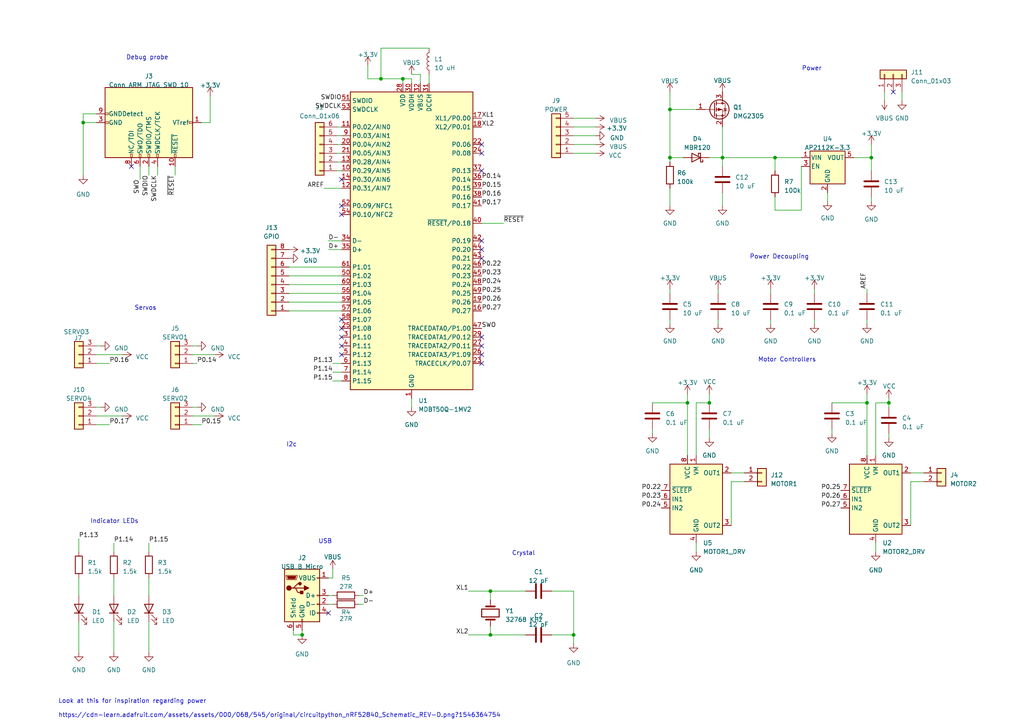
<source format=kicad_sch>
(kicad_sch (version 20231120) (generator "eeschema") (generator_version "8.0")
  (paper "A4")
  (title_block (title "LegoFruit") (date "2024-06-08") (rev "v2.0") (company "Digili A/S"))
  (lib_symbols
    (symbol "Connector:Conn_ARM_JTAG_SWD_10" (pin_names (offset 1.016))
      (property "Reference" "J" (at -2.54 16.51 0))
      (property "Value" "Conn_ARM_JTAG_SWD_10" (at -2.54 13.97 0))
      (symbol "Conn_ARM_JTAG_SWD_10_1_1"
        (pin power_in line (at 0 15.24 270) (length 2.54) (name "VTref") (number "1"))
        (pin open_collector line (at 12.7 7.62 180) (length 2.54) (name "~{RESET}") (number "10"))
        (pin bidirectional line (at 12.7 0 180) (length 2.54) (name "SWDIO/TMS") (number "2"))
        (pin power_in line (at 0 -15.24 90) (length 2.54) (name "GND") (number "3"))
        (pin output line (at 12.7 2.54 180) (length 2.54) (name "SWDCLK/TCK") (number "4"))
        (pin passive line (at 0 -15.24 90) (length 2.54) hide (name "GND") (number "5"))
        (pin input line (at 12.7 -2.54 180) (length 2.54) (name "SWO/TDO") (number "6"))
        (pin no_connect line (at -10.16 0 0) (length 2.54) hide (name "KEY") (number "7"))
        (pin output line (at 12.7 -5.08 180) (length 2.54) (name "NC/TDI") (number "8"))
        (pin passive line (at -2.54 -15.24 90) (length 2.54) (name "GNDDetect") (number "9"))
      )
    )
    (symbol "Connector:USB_B_Micro" (pin_names (offset 1.016))
      (property "Reference" "J" (at -5.08 11.43 0))
      (property "Value" "USB_B_Micro" (at -5.08 8.89 0))
      (symbol "USB_B_Micro_1_1"
        (pin power_out line (at 7.62 5.08 180) (length 2.54) (name "VBUS") (number "1"))
        (pin bidirectional line (at 7.62 -2.54 180) (length 2.54) (name "D-") (number "2"))
        (pin bidirectional line (at 7.62 0 180) (length 2.54) (name "D+") (number "3"))
        (pin passive line (at 7.62 -5.08 180) (length 2.54) (name "ID") (number "4"))
        (pin power_out line (at 0 -10.16 90) (length 2.54) (name "GND") (number "5"))
        (pin passive line (at -2.54 -10.16 90) (length 2.54) (name "Shield") (number "6"))
      )
    )
    (symbol "Connector_Generic:Conn_01x02" (pin_names (offset 1.016) hide)
      (property "Reference" "J" (at 0 2.54 0))
      (property "Value" "Conn_01x02" (at 0 -5.08 0))
      (symbol "Conn_01x02_1_1"
        (pin passive line (at -5.08 0 0) (length 3.81) (name "Pin_1") (number "1"))
        (pin passive line (at -5.08 -2.54 0) (length 3.81) (name "Pin_2") (number "2"))
      )
    )
    (symbol "Connector_Generic:Conn_01x03" (pin_names (offset 1.016) hide)
      (property "Reference" "J" (at 0 5.08 0))
      (property "Value" "Conn_01x03" (at 0 -5.08 0))
      (symbol "Conn_01x03_1_1"
        (pin passive line (at -5.08 2.54 0) (length 3.81) (name "Pin_1") (number "1"))
        (pin passive line (at -5.08 0 0) (length 3.81) (name "Pin_2") (number "2"))
        (pin passive line (at -5.08 -2.54 0) (length 3.81) (name "Pin_3") (number "3"))
      )
    )
    (symbol "Connector_Generic:Conn_01x05" (pin_names (offset 1.016) hide)
      (property "Reference" "J" (at 0 7.62 0))
      (property "Value" "Conn_01x05" (at 0 -7.62 0))
      (symbol "Conn_01x05_1_1"
        (pin passive line (at -5.08 5.08 0) (length 3.81) (name "Pin_1") (number "1"))
        (pin passive line (at -5.08 2.54 0) (length 3.81) (name "Pin_2") (number "2"))
        (pin passive line (at -5.08 0 0) (length 3.81) (name "Pin_3") (number "3"))
        (pin passive line (at -5.08 -2.54 0) (length 3.81) (name "Pin_4") (number "4"))
        (pin passive line (at -5.08 -5.08 0) (length 3.81) (name "Pin_5") (number "5"))
      )
    )
    (symbol "Connector_Generic:Conn_01x06" (pin_names (offset 1.016) hide)
      (property "Reference" "J" (at 0 7.62 0))
      (property "Value" "Conn_01x06" (at 0 -10.16 0))
      (symbol "Conn_01x06_1_1"
        (pin passive line (at -5.08 5.08 0) (length 3.81) (name "Pin_1") (number "1"))
        (pin passive line (at -5.08 2.54 0) (length 3.81) (name "Pin_2") (number "2"))
        (pin passive line (at -5.08 0 0) (length 3.81) (name "Pin_3") (number "3"))
        (pin passive line (at -5.08 -2.54 0) (length 3.81) (name "Pin_4") (number "4"))
        (pin passive line (at -5.08 -5.08 0) (length 3.81) (name "Pin_5") (number "5"))
        (pin passive line (at -5.08 -7.62 0) (length 3.81) (name "Pin_6") (number "6"))
      )
    )
    (symbol "Connector_Generic:Conn_01x08" (pin_names (offset 1.016) hide)
      (property "Reference" "J" (at 0 10.16 0))
      (property "Value" "Conn_01x08" (at 0 -12.7 0))
      (symbol "Conn_01x08_1_1"
        (pin passive line (at -5.08 7.62 0) (length 3.81) (name "Pin_1") (number "1"))
        (pin passive line (at -5.08 5.08 0) (length 3.81) (name "Pin_2") (number "2"))
        (pin passive line (at -5.08 2.54 0) (length 3.81) (name "Pin_3") (number "3"))
        (pin passive line (at -5.08 0 0) (length 3.81) (name "Pin_4") (number "4"))
        (pin passive line (at -5.08 -2.54 0) (length 3.81) (name "Pin_5") (number "5"))
        (pin passive line (at -5.08 -5.08 0) (length 3.81) (name "Pin_6") (number "6"))
        (pin passive line (at -5.08 -7.62 0) (length 3.81) (name "Pin_7") (number "7"))
        (pin passive line (at -5.08 -10.16 0) (length 3.81) (name "Pin_8") (number "8"))
      )
    )
    (symbol "Device:C" (pin_numbers hide) (pin_names (offset 0.254))
      (property "Reference" "C" (at 0.635 2.54 0))
      (property "Value" "C" (at 0.635 -2.54 0))
      (symbol "C_1_1"
        (pin passive line (at 0 3.81 270) (length 2.794) (name "~") (number "1"))
        (pin passive line (at 0 -3.81 90) (length 2.794) (name "~") (number "2"))
      )
    )
    (symbol "Device:Crystal" (pin_numbers hide) (pin_names (offset 1.016) hide)
      (property "Reference" "Y" (at 0 3.81 0))
      (property "Value" "Crystal" (at 0 -3.81 0))
      (symbol "Crystal_1_1"
        (pin passive line (at -3.81 0 0) (length 1.27) (name "1") (number "1"))
        (pin passive line (at 3.81 0 180) (length 1.27) (name "2") (number "2"))
      )
    )
    (symbol "Device:D_Schottky" (pin_numbers hide) (pin_names (offset 1.016) hide)
      (property "Reference" "D" (at 0 2.54 0))
      (property "Value" "D_Schottky" (at 0 -2.54 0))
      (symbol "D_Schottky_1_1"
        (pin passive line (at -3.81 0 0) (length 2.54) (name "K") (number "1"))
        (pin passive line (at 3.81 0 180) (length 2.54) (name "A") (number "2"))
      )
    )
    (symbol "Device:L" (pin_numbers hide) (pin_names (offset 1.016) hide)
      (property "Reference" "L" (at -1.27 0 90))
      (property "Value" "L" (at 1.905 0 90))
      (symbol "L_1_1"
        (pin passive line (at 0 3.81 270) (length 1.27) (name "1") (number "1"))
        (pin passive line (at 0 -3.81 90) (length 1.27) (name "2") (number "2"))
      )
    )
    (symbol "Device:LED" (pin_numbers hide) (pin_names (offset 1.016) hide)
      (property "Reference" "D" (at 0 2.54 0))
      (property "Value" "LED" (at 0 -2.54 0))
      (symbol "LED_1_1"
        (pin passive line (at -3.81 0 0) (length 2.54) (name "K") (number "1"))
        (pin passive line (at 3.81 0 180) (length 2.54) (name "A") (number "2"))
      )
    )
    (symbol "Device:R" (pin_numbers hide) (pin_names (offset 0))
      (property "Reference" "R" (at 2.032 0 90))
      (property "Value" "R" (at 0 0 90))
      (symbol "R_1_1"
        (pin passive line (at 0 3.81 270) (length 1.27) (name "~") (number "1"))
        (pin passive line (at 0 -3.81 90) (length 1.27) (name "~") (number "2"))
      )
    )
    (symbol "Driver_Motor:DRV8837"
      (property "Reference" "U" (at 6.35 11.43 0))
      (property "Value" "DRV8837" (at -10.16 11.43 0))
      (symbol "DRV8837_1_1"
        (pin power_in line (at 0 12.7 270) (length 2.54) (name "VM") (number "1"))
        (pin output line (at 10.16 7.62 180) (length 2.54) (name "OUT1") (number "2"))
        (pin output line (at 10.16 -7.62 180) (length 2.54) (name "OUT2") (number "3"))
        (pin power_in line (at 0 -12.7 90) (length 2.54) (name "GND") (number "4"))
        (pin input line (at -10.16 -2.54 0) (length 2.54) (name "IN2") (number "5"))
        (pin input line (at -10.16 0 0) (length 2.54) (name "IN1") (number "6"))
        (pin input line (at -10.16 2.54 0) (length 2.54) (name "~{SLEEP}") (number "7"))
        (pin power_in line (at -2.54 12.7 270) (length 2.54) (name "VCC") (number "8"))
        (pin passive line (at 0 -12.7 90) (length 2.54) hide (name "GND") (number "9"))
      )
    )
    (symbol "RF_Module:MDBT50Q-1MV2"
      (property "Reference" "U" (at 0 0 0))
      (property "Value" "MDBT50Q-1MV2" (at 0 -2.54 0))
      (symbol "MDBT50Q-1MV2_1_1"
        (pin power_in line (at 0 -45.72 90) (length 2.54) (name "GND") (number "1"))
        (pin bidirectional line (at -20.32 20.32 0) (length 2.54) (name "P0.29/AIN5") (number "10"))
        (pin bidirectional line (at -20.32 33.02 0) (length 2.54) (name "P0.02/AIN0") (number "11"))
        (pin bidirectional line (at -20.32 15.24 0) (length 2.54) (name "P0.31/AIN7") (number "12"))
        (pin bidirectional line (at -20.32 22.86 0) (length 2.54) (name "P0.28/AIN4") (number "13"))
        (pin bidirectional line (at -20.32 17.78 0) (length 2.54) (name "P0.30/AIN6") (number "14"))
        (pin passive line (at 0 -45.72 90) (length 2.54) hide (name "GND") (number "15"))
        (pin bidirectional line (at 20.32 -20.32 180) (length 2.54) (name "P0.27") (number "16"))
        (pin bidirectional line (at 20.32 35.56 180) (length 2.54) (name "XL1/P0.00") (number "17"))
        (pin bidirectional line (at 20.32 33.02 180) (length 2.54) (name "XL2/P0.01") (number "18"))
        (pin bidirectional line (at 20.32 -17.78 180) (length 2.54) (name "P0.26") (number "19"))
        (pin passive line (at 0 -45.72 90) (length 2.54) hide (name "GND") (number "2"))
        (pin bidirectional line (at -20.32 27.94 0) (length 2.54) (name "P0.04/AIN2") (number "20"))
        (pin bidirectional line (at -20.32 25.4 0) (length 2.54) (name "P0.05/AIN3") (number "21"))
        (pin bidirectional line (at 20.32 27.94 180) (length 2.54) (name "P0.06") (number "22"))
        (pin bidirectional line (at 20.32 -35.56 180) (length 2.54) (name "TRACECLK/P0.07") (number "23"))
        (pin bidirectional line (at 20.32 25.4 180) (length 2.54) (name "P0.08") (number "24"))
        (pin bidirectional line (at -20.32 -25.4 0) (length 2.54) (name "P1.08") (number "25"))
        (pin bidirectional line (at 20.32 -33.02 180) (length 2.54) (name "TRACEDATA3/P1.09") (number "26"))
        (pin bidirectional line (at 20.32 -30.48 180) (length 2.54) (name "TRACEDATA2/P0.11") (number "27"))
        (pin power_in line (at -2.54 45.72 270) (length 2.54) (name "VDD") (number "28"))
        (pin bidirectional line (at 20.32 -27.94 180) (length 2.54) (name "TRACEDATA1/P0.12") (number "29"))
        (pin bidirectional line (at -20.32 -27.94 0) (length 2.54) (name "P1.10") (number "3"))
        (pin power_in line (at 0 45.72 270) (length 2.54) (name "VDDH") (number "30"))
        (pin power_out line (at 5.08 45.72 270) (length 2.54) (name "DCCH") (number "31"))
        (pin power_in line (at 2.54 45.72 270) (length 2.54) (name "VBUS") (number "32"))
        (pin passive line (at 0 -45.72 90) (length 2.54) hide (name "GND") (number "33"))
        (pin bidirectional line (at -20.32 0 0) (length 2.54) (name "D-") (number "34"))
        (pin bidirectional line (at -20.32 -2.54 0) (length 2.54) (name "D+") (number "35"))
        (pin bidirectional line (at 20.32 17.78 180) (length 2.54) (name "P0.14") (number "36"))
        (pin bidirectional line (at 20.32 20.32 180) (length 2.54) (name "P0.13") (number "37"))
        (pin bidirectional line (at 20.32 12.7 180) (length 2.54) (name "P0.16") (number "38"))
        (pin bidirectional line (at 20.32 15.24 180) (length 2.54) (name "P0.15") (number "39"))
        (pin bidirectional line (at -20.32 -30.48 0) (length 2.54) (name "P1.11") (number "4"))
        (pin bidirectional line (at 20.32 5.08 180) (length 2.54) (name "~{RESET}/P0.18") (number "40"))
        (pin bidirectional line (at 20.32 10.16 180) (length 2.54) (name "P0.17") (number "41"))
        (pin bidirectional line (at 20.32 0 180) (length 2.54) (name "P0.19") (number "42"))
        (pin bidirectional line (at 20.32 -5.08 180) (length 2.54) (name "P0.21") (number "43"))
        (pin bidirectional line (at 20.32 -2.54 180) (length 2.54) (name "P0.20") (number "44"))
        (pin bidirectional line (at 20.32 -10.16 180) (length 2.54) (name "P0.23") (number "45"))
        (pin bidirectional line (at 20.32 -7.62 180) (length 2.54) (name "P0.22") (number "46"))
        (pin bidirectional line (at 20.32 -25.4 180) (length 2.54) (name "TRACEDATA0/P1.00") (number "47"))
        (pin bidirectional line (at 20.32 -12.7 180) (length 2.54) (name "P0.24") (number "48"))
        (pin bidirectional line (at 20.32 -15.24 180) (length 2.54) (name "P0.25") (number "49"))
        (pin bidirectional line (at -20.32 -33.02 0) (length 2.54) (name "P1.12") (number "5"))
        (pin bidirectional line (at -20.32 -10.16 0) (length 2.54) (name "P1.02") (number "50"))
        (pin bidirectional line (at -20.32 40.64 0) (length 2.54) (name "SWDIO") (number "51"))
        (pin bidirectional line (at -20.32 10.16 0) (length 2.54) (name "P0.09/NFC1") (number "52"))
        (pin input line (at -20.32 38.1 0) (length 2.54) (name "SWDCLK") (number "53"))
        (pin bidirectional line (at -20.32 7.62 0) (length 2.54) (name "P0.10/NFC2") (number "54"))
        (pin passive line (at 0 -45.72 90) (length 2.54) hide (name "GND") (number "55"))
        (pin bidirectional line (at -20.32 -15.24 0) (length 2.54) (name "P1.04") (number "56"))
        (pin bidirectional line (at -20.32 -20.32 0) (length 2.54) (name "P1.06") (number "57"))
        (pin bidirectional line (at -20.32 -22.86 0) (length 2.54) (name "P1.07") (number "58"))
        (pin bidirectional line (at -20.32 -17.78 0) (length 2.54) (name "P1.05") (number "59"))
        (pin bidirectional line (at -20.32 -35.56 0) (length 2.54) (name "P1.13") (number "6"))
        (pin bidirectional line (at -20.32 -12.7 0) (length 2.54) (name "P1.03") (number "60"))
        (pin bidirectional line (at -20.32 -7.62 0) (length 2.54) (name "P1.01") (number "61"))
        (pin bidirectional line (at -20.32 -38.1 0) (length 2.54) (name "P1.14") (number "7"))
        (pin bidirectional line (at -20.32 -40.64 0) (length 2.54) (name "P1.15") (number "8"))
        (pin bidirectional line (at -20.32 30.48 0) (length 2.54) (name "P0.03/AIN1") (number "9"))
      )
    )
    (symbol "Regulator_Linear:AP2112K-3.3" (pin_names (offset 0.254))
      (property "Reference" "U" (at -5.08 5.715 0))
      (property "Value" "AP2112K-3.3" (at 0 5.715 0))
      (symbol "AP2112K-3.3_1_1"
        (pin power_in line (at -7.62 2.54 0) (length 2.54) (name "VIN") (number "1"))
        (pin power_in line (at 0 -7.62 90) (length 2.54) (name "GND") (number "2"))
        (pin input line (at -7.62 0 0) (length 2.54) (name "EN") (number "3"))
        (pin no_connect line (at 5.08 0 180) (length 2.54) hide (name "NC") (number "4"))
        (pin power_out line (at 7.62 2.54 180) (length 2.54) (name "VOUT") (number "5"))
      )
    )
    (symbol "Transistor_FET:DMG2301L" (pin_names hide)
      (property "Reference" "Q" (at 5.08 1.905 0))
      (property "Value" "DMG2301L" (at 5.08 0 0))
      (symbol "DMG2301L_1_1"
        (pin input line (at -5.08 0 0) (length 2.54) (name "G") (number "1"))
        (pin passive line (at 2.54 -5.08 90) (length 2.54) (name "S") (number "2"))
        (pin passive line (at 2.54 5.08 270) (length 2.54) (name "D") (number "3"))
      )
    )
    (symbol "power:+3.3V" (power) (pin_names (offset 0))
      (property "Value" "+3.3V" (at 0 3.556 0))
      (symbol "+3.3V_1_1"
        (pin power_in line (at 0 0 90) (length 0) hide (name "+3.3V") (number "1"))
      )
    )
    (symbol "power:GND" (power) (pin_names (offset 0))
      (property "Value" "GND" (at 0 -3.81 0))
      (symbol "GND_1_1"
        (pin power_in line (at 0 0 270) (length 0) hide (name "GND") (number "1"))
      )
    )
    (symbol "power:VBAT" (power) (pin_names (offset 0))
      (property "Value" "VBAT" (at 0 3.81 0))
      (symbol "VBAT_1_1"
        (pin power_in line (at 0 0 90) (length 0) hide (name "VBUS") (number "1"))
      )
    )
    (symbol "power:VBUS" (power) (pin_names (offset 0))
      (property "Value" "VBUS" (at 0 3.81 0))
      (symbol "VBUS_1_1"
        (pin power_in line (at 0 0 90) (length 0) hide (name "VBUS") (number "1"))
      )
    )
    (symbol "power:VCC" (power) (pin_names (offset 0))
      (property "Value" "VCC" (at 0 3.81 0))
      (symbol "VCC_1_1"
        (pin power_in line (at 0 0 90) (length 0) hide (name "VCC") (number "1"))
      )
    )
  )
  (junction (at 251.46 116.84))
  (junction (at 166.37 184.15))
  (junction (at 194.31 31.75))
  (junction (at 142.24 171.45))
  (junction (at 224.79 45.72))
  (junction (at 209.55 45.72))
  (junction (at 142.24 184.15))
  (junction (at 24.13 35.56))
  (junction (at 257.81 116.84))
  (junction (at 87.63 184.15))
  (junction (at 116.84 22.86))
  (junction (at 194.31 45.72))
  (junction (at 252.73 45.72))
  (junction (at 199.39 116.84))
  (junction (at 110.49 22.86))
  (junction (at 205.74 116.84))
  (no_connect (at 99.06 59.69))
  (no_connect (at 99.06 62.23))
  (no_connect (at 99.06 92.71))
  (no_connect (at 139.7 41.91))
  (no_connect (at 95.25 177.8))
  (no_connect (at 259.08 26.67))
  (no_connect (at 38.1 48.26))
  (no_connect (at 99.06 100.33))
  (no_connect (at 99.06 97.79))
  (no_connect (at 139.7 49.53))
  (no_connect (at 139.7 105.41))
  (no_connect (at 99.06 52.07))
  (no_connect (at 139.7 97.79))
  (no_connect (at 99.06 102.87))
  (no_connect (at 139.7 72.39))
  (no_connect (at 139.7 44.45))
  (no_connect (at 139.7 102.87))
  (no_connect (at 139.7 100.33))
  (no_connect (at 139.7 74.93))
  (no_connect (at 139.7 69.85))
  (no_connect (at 99.06 95.25))
  (wire (pts (xy 261.62 26.67) (xy 261.62 29.21)))
  (wire (pts (xy 142.24 181.61) (xy 142.24 184.15)))
  (wire (pts (xy 166.37 184.15) (xy 166.37 171.45)))
  (wire (pts (xy 83.82 80.01) (xy 99.06 80.01)))
  (wire (pts (xy 224.79 60.96) (xy 232.41 60.96)))
  (wire (pts (xy 201.93 157.48) (xy 201.93 160.02)))
  (wire (pts (xy 27.94 100.33) (xy 29.21 100.33)))
  (wire (pts (xy 43.18 167.64) (xy 43.18 172.72)))
  (wire (pts (xy 208.28 92.71) (xy 208.28 93.98)))
  (wire (pts (xy 50.8 48.26) (xy 50.8 50.8)))
  (wire (pts (xy 27.94 118.11) (xy 29.21 118.11)))
  (wire (pts (xy 166.37 36.83) (xy 172.72 36.83)))
  (wire (pts (xy 24.13 35.56) (xy 24.13 50.8)))
  (wire (pts (xy 95.25 172.72) (xy 96.52 172.72)))
  (wire (pts (xy 124.46 13.97) (xy 110.49 13.97)))
  (wire (pts (xy 209.55 55.88) (xy 209.55 59.69)))
  (wire (pts (xy 194.31 45.72) (xy 194.31 46.99)))
  (wire (pts (xy 96.52 107.95) (xy 99.06 107.95)))
  (wire (pts (xy 236.22 83.82) (xy 236.22 85.09)))
  (wire (pts (xy 106.68 22.86) (xy 106.68 19.05)))
  (wire (pts (xy 93.98 54.61) (xy 99.06 54.61)))
  (wire (pts (xy 257.81 116.84) (xy 257.81 115.57)))
  (wire (pts (xy 194.31 26.67) (xy 194.31 31.75)))
  (wire (pts (xy 95.25 72.39) (xy 99.06 72.39)))
  (wire (pts (xy 87.63 184.15) (xy 85.09 184.15)))
  (wire (pts (xy 194.31 83.82) (xy 194.31 85.09)))
  (wire (pts (xy 95.25 175.26) (xy 96.52 175.26)))
  (wire (pts (xy 45.72 50.8) (xy 45.72 48.26)))
  (wire (pts (xy 43.18 180.34) (xy 43.18 189.23)))
  (wire (pts (xy 135.89 171.45) (xy 142.24 171.45)))
  (wire (pts (xy 152.4 184.15) (xy 142.24 184.15)))
  (wire (pts (xy 60.96 35.56) (xy 60.96 27.94)))
  (wire (pts (xy 83.82 87.63) (xy 99.06 87.63)))
  (wire (pts (xy 33.02 157.48) (xy 33.02 160.02)))
  (wire (pts (xy 189.23 124.46) (xy 189.23 125.73)))
  (wire (pts (xy 97.79 39.37) (xy 99.06 39.37)))
  (wire (pts (xy 241.3 124.46) (xy 241.3 125.73)))
  (wire (pts (xy 55.88 120.65) (xy 62.23 120.65)))
  (wire (pts (xy 199.39 116.84) (xy 199.39 132.08)))
  (wire (pts (xy 97.79 41.91) (xy 99.06 41.91)))
  (wire (pts (xy 209.55 45.72) (xy 209.55 48.26)))
  (wire (pts (xy 224.79 45.72) (xy 224.79 49.53)))
  (wire (pts (xy 142.24 171.45) (xy 152.4 171.45)))
  (wire (pts (xy 83.82 77.47) (xy 99.06 77.47)))
  (wire (pts (xy 205.74 124.46) (xy 205.74 127)))
  (wire (pts (xy 83.82 85.09) (xy 99.06 85.09)))
  (wire (pts (xy 256.54 26.67) (xy 256.54 29.21)))
  (wire (pts (xy 139.7 64.77) (xy 146.05 64.77)))
  (wire (pts (xy 22.86 167.64) (xy 22.86 172.72)))
  (wire (pts (xy 119.38 115.57) (xy 119.38 118.11)))
  (wire (pts (xy 166.37 186.69) (xy 166.37 184.15)))
  (wire (pts (xy 97.79 49.53) (xy 99.06 49.53)))
  (wire (pts (xy 97.79 46.99) (xy 99.06 46.99)))
  (wire (pts (xy 212.09 137.16) (xy 215.9 137.16)))
  (wire (pts (xy 83.82 82.55) (xy 99.06 82.55)))
  (wire (pts (xy 166.37 171.45) (xy 160.02 171.45)))
  (wire (pts (xy 224.79 57.15) (xy 224.79 60.96)))
  (wire (pts (xy 209.55 36.83) (xy 209.55 45.72)))
  (wire (pts (xy 251.46 114.3) (xy 251.46 116.84)))
  (wire (pts (xy 55.88 100.33) (xy 57.15 100.33)))
  (wire (pts (xy 116.84 22.86) (xy 110.49 22.86)))
  (wire (pts (xy 166.37 39.37) (xy 172.72 39.37)))
  (wire (pts (xy 40.64 48.26) (xy 40.64 52.07)))
  (wire (pts (xy 43.18 50.8) (xy 43.18 48.26)))
  (wire (pts (xy 55.88 118.11) (xy 57.15 118.11)))
  (wire (pts (xy 236.22 92.71) (xy 236.22 93.98)))
  (wire (pts (xy 240.03 55.88) (xy 240.03 58.42)))
  (wire (pts (xy 27.94 33.02) (xy 24.13 33.02)))
  (wire (pts (xy 205.74 116.84) (xy 205.74 114.3)))
  (wire (pts (xy 194.31 54.61) (xy 194.31 59.69)))
  (wire (pts (xy 224.79 45.72) (xy 232.41 45.72)))
  (wire (pts (xy 85.09 184.15) (xy 85.09 182.88)))
  (wire (pts (xy 55.88 123.19) (xy 58.42 123.19)))
  (wire (pts (xy 264.16 152.4) (xy 264.16 139.7)))
  (wire (pts (xy 116.84 24.13) (xy 116.84 22.86)))
  (wire (pts (xy 264.16 139.7) (xy 267.97 139.7)))
  (wire (pts (xy 124.46 21.59) (xy 124.46 24.13)))
  (wire (pts (xy 212.09 139.7) (xy 215.9 139.7)))
  (wire (pts (xy 252.73 57.15) (xy 252.73 58.42)))
  (wire (pts (xy 96.52 105.41) (xy 99.06 105.41)))
  (wire (pts (xy 199.39 114.3) (xy 199.39 116.84)))
  (wire (pts (xy 135.89 184.15) (xy 142.24 184.15)))
  (wire (pts (xy 24.13 33.02) (xy 24.13 35.56)))
  (wire (pts (xy 119.38 24.13) (xy 119.38 22.86)))
  (wire (pts (xy 172.72 44.45) (xy 166.37 44.45)))
  (wire (pts (xy 119.38 22.86) (xy 116.84 22.86)))
  (wire (pts (xy 31.75 123.19) (xy 27.94 123.19)))
  (wire (pts (xy 119.38 21.59) (xy 121.92 21.59)))
  (wire (pts (xy 223.52 92.71) (xy 223.52 93.98)))
  (wire (pts (xy 83.82 90.17) (xy 99.06 90.17)))
  (wire (pts (xy 194.31 45.72) (xy 198.12 45.72)))
  (wire (pts (xy 252.73 45.72) (xy 252.73 49.53)))
  (wire (pts (xy 142.24 171.45) (xy 142.24 173.99)))
  (wire (pts (xy 55.88 102.87) (xy 62.23 102.87)))
  (wire (pts (xy 199.39 116.84) (xy 189.23 116.84)))
  (wire (pts (xy 27.94 35.56) (xy 24.13 35.56)))
  (wire (pts (xy 247.65 45.72) (xy 252.73 45.72)))
  (wire (pts (xy 27.94 102.87) (xy 35.56 102.87)))
  (wire (pts (xy 252.73 41.91) (xy 252.73 45.72)))
  (wire (pts (xy 110.49 13.97) (xy 110.49 22.86)))
  (wire (pts (xy 104.14 172.72) (xy 105.41 172.72)))
  (wire (pts (xy 251.46 83.82) (xy 251.46 85.09)))
  (wire (pts (xy 33.02 180.34) (xy 33.02 189.23)))
  (wire (pts (xy 87.63 182.88) (xy 87.63 184.15)))
  (wire (pts (xy 166.37 41.91) (xy 172.72 41.91)))
  (wire (pts (xy 254 132.08) (xy 254 116.84)))
  (wire (pts (xy 121.92 21.59) (xy 121.92 24.13)))
  (wire (pts (xy 110.49 22.86) (xy 106.68 22.86)))
  (wire (pts (xy 97.79 36.83) (xy 99.06 36.83)))
  (wire (pts (xy 95.25 69.85) (xy 99.06 69.85)))
  (wire (pts (xy 97.79 44.45) (xy 99.06 44.45)))
  (wire (pts (xy 166.37 184.15) (xy 160.02 184.15)))
  (wire (pts (xy 232.41 48.26) (xy 232.41 60.96)))
  (wire (pts (xy 55.88 105.41) (xy 57.15 105.41)))
  (wire (pts (xy 27.94 120.65) (xy 35.56 120.65)))
  (wire (pts (xy 96.52 165.1) (xy 96.52 167.64)))
  (wire (pts (xy 194.31 31.75) (xy 194.31 45.72)))
  (wire (pts (xy 254 116.84) (xy 257.81 116.84)))
  (wire (pts (xy 201.93 116.84) (xy 205.74 116.84)))
  (wire (pts (xy 96.52 110.49) (xy 99.06 110.49)))
  (wire (pts (xy 251.46 116.84) (xy 251.46 132.08)))
  (wire (pts (xy 166.37 34.29) (xy 172.72 34.29)))
  (wire (pts (xy 27.94 105.41) (xy 31.75 105.41)))
  (wire (pts (xy 194.31 92.71) (xy 194.31 93.98)))
  (wire (pts (xy 22.86 180.34) (xy 22.86 189.23)))
  (wire (pts (xy 96.52 167.64) (xy 95.25 167.64)))
  (wire (pts (xy 264.16 137.16) (xy 267.97 137.16)))
  (wire (pts (xy 33.02 167.64) (xy 33.02 172.72)))
  (wire (pts (xy 208.28 83.82) (xy 208.28 85.09)))
  (wire (pts (xy 212.09 152.4) (xy 212.09 139.7)))
  (wire (pts (xy 194.31 31.75) (xy 201.93 31.75)))
  (wire (pts (xy 257.81 125.73) (xy 257.81 127)))
  (wire (pts (xy 104.14 175.26) (xy 105.41 175.26)))
  (wire (pts (xy 209.55 45.72) (xy 224.79 45.72)))
  (wire (pts (xy 223.52 83.82) (xy 223.52 85.09)))
  (wire (pts (xy 254 157.48) (xy 254 160.02)))
  (wire (pts (xy 22.86 156.21) (xy 22.86 160.02)))
  (wire (pts (xy 251.46 92.71) (xy 251.46 93.98)))
  (wire (pts (xy 251.46 116.84) (xy 241.3 116.84)))
  (wire (pts (xy 43.18 157.48) (xy 43.18 160.02)))
  (wire (pts (xy 201.93 132.08) (xy 201.93 116.84)))
  (wire (pts (xy 58.42 35.56) (xy 60.96 35.56)))
  (wire (pts (xy 257.81 116.84) (xy 257.81 118.11)))
  (wire (pts (xy 205.74 45.72) (xy 209.55 45.72)))
  (text "Power Decoupling" (at 217.424 75.311 0) (effects (font (size 1.27 1.27)) (justify left bottom)))
  (text "I2c" (at 84.582 129.032 0) (effects (font (size 1.27 1.27))))
  (text "Debug probe" (at 36.576 17.526 0) (effects (font (size 1.27 1.27)) (justify left bottom)))
  (text "Crystal" (at 148.463 161.29 0) (effects (font (size 1.27 1.27)) (justify left bottom)))
  (text "Servos" (at 38.989 90.17 0) (effects (font (size 1.27 1.27)) (justify left bottom)))
  (text "Indicator LEDs" (at 26.162 152.019 0) (effects (font (size 1.27 1.27)) (justify left bottom)))
  (text "Look at this for inspiration regarding power\n\nhttps://cdn-learn.adafruit.com/assets/assets/000/068/545/original/circuitpython_nRF52840_Schematic_REV-D.png?1546364754" (at 16.891 208.28 0) (effects (font (size 1.27 1.27)) (justify left bottom)))
  (text "Motor Controllers" (at 219.837 105.156 0) (effects (font (size 1.27 1.27)) (justify left bottom)))
  (text "Power" (at 232.537 20.701 0) (effects (font (size 1.27 1.27)) (justify left bottom)))
  (text "USB" (at 92.329 157.861 0) (effects (font (size 1.27 1.27)) (justify left bottom)))
  (label "P1.13" (at 22.86 156.21 0))
  (label "P0.16" (at 31.75 105.41 0))
  (label "P0.15" (at 139.7 54.61 0))
  (label "D+" (at 105.41 172.72 0))
  (label "P0.14" (at 139.7 52.07 0))
  (label "P1.14" (at 33.02 157.48 0))
  (label "P0.22" (at 139.7 77.47 0))
  (label "P1.13" (at 96.52 105.41 180))
  (label "P0.25" (at 139.7 85.09 0))
  (label "P0.26" (at 139.7 87.63 0))
  (label "XL2" (at 139.7 36.83 0))
  (label "P0.16" (at 139.7 57.15 0))
  (label "~{RESET}" (at 146.05 64.77 0))
  (label "SWDCLK" (at 45.72 50.8 270))
  (label "SWDCLK" (at 99.06 31.75 180))
  (label "D-" (at 105.41 175.26 0))
  (label "P0.22" (at 191.77 142.24 180))
  (label "D-" (at 95.25 69.85 0))
  (label "P0.27" (at 243.84 147.32 180))
  (label "XL1" (at 135.89 171.45 180))
  (label "SWO" (at 139.7 95.25 0))
  (label "P0.17" (at 31.75 123.19 0))
  (label "P1.15" (at 96.52 110.49 180))
  (label "SWO" (at 40.64 52.07 270))
  (label "P0.27" (at 139.7 90.17 0))
  (label "XL1" (at 139.7 34.29 0))
  (label "P0.14" (at 57.15 105.41 0))
  (label "AREF" (at 251.46 83.82 90))
  (label "XL2" (at 135.89 184.15 180))
  (label "~{RESET}" (at 50.8 50.8 270))
  (label "P0.15" (at 58.42 123.19 0))
  (label "P0.24" (at 191.77 147.32 180))
  (label "P0.17" (at 139.7 59.69 0))
  (label "P0.23" (at 139.7 80.01 0))
  (label "P1.14" (at 96.52 107.95 180))
  (label "SWDIO" (at 43.18 50.8 270))
  (label "AREF" (at 93.98 54.61 180))
  (label "SWDIO" (at 99.06 29.21 180))
  (label "P0.26" (at 243.84 144.78 180))
  (label "P0.23" (at 191.77 144.78 180))
  (label "P0.24" (at 139.7 82.55 0))
  (label "P0.25" (at 243.84 142.24 180))
  (label "P1.15" (at 43.18 157.48 0))
  (label "D+" (at 95.25 72.39 0))
  (symbol (lib_id "Device:LED") (at 43.18 176.53 90) (unit 1)
    (property "Reference" "D3" (at 46.99 177.4825 90) (effects (justify right)))
    (property "Value" "LED" (at 46.99 180.0225 90) (effects (justify right)))
    (property "Footprint" "LED_SMD:LED_0805_2012Metric_Pad1.15x1.40mm_HandSolder" (effects (hide yes)))
  )
  (symbol (lib_id "power:+3.3V") (at 251.46 114.3 0) (unit 1)
    (property "Reference" "#PWR016" (effects (hide yes)))
    (property "Value" "+3.3V" (at 251.46 110.998 0))
  )
  (symbol (lib_id "Device:LED") (at 33.02 176.53 90) (unit 1)
    (property "Reference" "D2" (at 36.83 177.4825 90) (effects (justify right)))
    (property "Value" "LED" (at 36.83 180.0225 90) (effects (justify right)))
    (property "Footprint" "LED_SMD:LED_0805_2012Metric_Pad1.15x1.40mm_HandSolder" (effects (hide yes)))
  )
  (symbol (lib_id "Connector_Generic:Conn_01x06") (at 92.71 44.45 180) (unit 1)
    (property "Reference" "J1" (at 92.71 31.115 0))
    (property "Value" "Conn_01x06" (at 92.71 33.655 0))
    (property "Footprint" "Connector_PinHeader_2.54mm:PinHeader_1x05_P2.54mm_Vertical" (effects (hide yes)))
  )
  (symbol (lib_id "power:+3.3V") (at 106.68 19.05 0) (unit 1)
    (property "Reference" "#PWR029" (effects (hide yes)))
    (property "Value" "+3.3V" (at 106.68 15.875 0))
  )
  (symbol (lib_id "Device:C") (at 208.28 88.9 0) (unit 1)
    (property "Reference" "C8" (at 211.963 88.265 0) (effects (justify left)))
    (property "Value" "10 uF" (at 211.963 90.805 0) (effects (justify left)))
    (property "Footprint" "Capacitor_SMD:C_0805_2012Metric_Pad1.18x1.45mm_HandSolder" (effects (hide yes)))
    (property "MPN" "CL21A106KAYNNNE" (effects (hide yes)))
    (property "Digi-Key_PN" "1276-2891-2-ND" (effects (hide yes)))
  )
  (symbol (lib_id "power:GND") (at 201.93 160.02 0) (unit 1)
    (property "Reference" "#PWR021" (effects (hide yes)))
    (property "Value" "GND" (at 201.93 165.354 0))
  )
  (symbol (lib_id "Connector:Conn_ARM_JTAG_SWD_10") (at 43.18 35.56 270) (unit 1)
    (property "Reference" "J3" (at 43.18 22.098 90))
    (property "Value" "Conn_ARM_JTAG_SWD_10" (at 43.18 24.638 90))
    (property "Footprint" "Connector_PinHeader_1.27mm:PinHeader_2x05_P1.27mm_Vertical_SMD" (effects (hide yes)))
    (property "Datasheet" "http://infocenter.arm.com/help/topic/com.arm.doc.ddi0314h/DDI0314H_coresight_components_trm.pdf" (effects (hide yes)))
    (property "MPN" "3220-10-0300-00" (effects (hide yes)))
    (property "Digi-Key_PN" "1175-1629-ND" (effects (hide yes)))
  )
  (symbol (lib_id "Device:Crystal") (at 142.24 177.8 90) (unit 1)
    (property "Reference" "Y1" (at 146.558 177.165 90) (effects (justify right)))
    (property "Value" "32768 KHz" (at 146.558 179.705 90) (effects (justify right)))
    (property "Footprint" "Crystal:Crystal_SMD_MicroCrystal_CC7V-T1A-2Pin_3.2x1.5mm_HandSoldering" (effects (hide yes)))
    (property "MPN" "ABS07-32.768KHZ-T" (effects (hide yes)))
    (property "Digi-Key_PN" "535-9542-1-ND" (effects (hide yes)))
  )
  (symbol (lib_id "power:GND") (at 24.13 50.8 0) (unit 1)
    (property "Reference" "#PWR01" (effects (hide yes)))
    (property "Value" "GND" (at 24.13 56.388 0))
  )
  (symbol (lib_id "power:GND") (at 208.28 93.98 0) (unit 1)
    (property "Reference" "#PWR033" (effects (hide yes)))
    (property "Value" "GND" (at 208.28 98.933 0))
  )
  (symbol (lib_id "power:GND") (at 57.15 100.33 90) (unit 1)
    (property "Reference" "#PWR08" (effects (hide yes)))
    (property "Value" "GND" (at 61.087 100.965 90) (effects (justify right)))
  )
  (symbol (lib_id "Connector_Generic:Conn_01x03") (at 22.86 120.65 180) (unit 1)
    (property "Reference" "J10" (at 22.86 113.03 0))
    (property "Value" "SERVO4" (at 22.86 115.57 0))
    (property "Footprint" "Connector_PinHeader_2.54mm:PinHeader_1x03_P2.54mm_Vertical" (effects (hide yes)))
  )
  (symbol (lib_id "power:VBUS") (at 172.72 34.29 270) (unit 1)
    (property "Reference" "#PWR048" (effects (hide yes)))
    (property "Value" "VBUS" (at 176.784 34.925 90) (effects (justify left)))
  )
  (symbol (lib_id "Device:C") (at 209.55 52.07 0) (unit 1)
    (property "Reference" "C12" (at 213.233 51.435 0) (effects (justify left)))
    (property "Value" "10 uF" (at 213.233 53.975 0) (effects (justify left)))
    (property "Footprint" "Capacitor_SMD:C_0805_2012Metric_Pad1.18x1.45mm_HandSolder" (effects (hide yes)))
    (property "MPN" "CL21A106KAYNNNE" (effects (hide yes)))
    (property "Digi-Key_PN" "1276-2891-2-ND" (effects (hide yes)))
  )
  (symbol (lib_id "power:GND") (at 257.81 127 0) (unit 1)
    (property "Reference" "#PWR06" (effects (hide yes)))
    (property "Value" "GND" (at 257.81 132.08 0))
  )
  (symbol (lib_id "Driver_Motor:DRV8837") (at 254 144.78 0) (unit 1)
    (property "Reference" "U2" (at 255.9559 157.48 0) (effects (justify left)))
    (property "Value" "MOTOR2_DRV" (at 255.9559 160.02 0) (effects (justify left)))
    (property "Footprint" "Package_SON:WSON-8-1EP_2x2mm_P0.5mm_EP0.9x1.6mm" (effects (hide yes)))
    (property "Datasheet" "http://www.ti.com/lit/ds/symlink/drv8837.pdf" (effects (hide yes)))
    (property "MPN" "DRV8837DSGR" (effects (hide yes)))
    (property "Digi-Key_PN" "296-34806-1-ND" (effects (hide yes)))
  )
  (symbol (lib_id "power:VBUS") (at 194.31 26.67 0) (unit 1)
    (property "Reference" "#PWR09" (effects (hide yes)))
    (property "Value" "VBUS" (at 194.31 23.495 0))
  )
  (symbol (lib_id "Device:C") (at 223.52 88.9 0) (unit 1)
    (property "Reference" "C9" (at 227.33 88.265 0) (effects (justify left)))
    (property "Value" "0.1 uF" (at 227.33 90.805 0) (effects (justify left)))
    (property "Footprint" "Capacitor_SMD:C_0805_2012Metric_Pad1.18x1.45mm_HandSolder" (effects (hide yes)))
    (property "MPN" "CL21B104KBCNNNC" (effects (hide yes)))
    (property "Digi-Key_PN" "1276-1003-2-ND" (effects (hide yes)))
  )
  (symbol (lib_id "power:GND") (at 119.38 118.11 0) (unit 1)
    (property "Reference" "#PWR02" (effects (hide yes)))
    (property "Value" "GND" (at 119.38 123.19 0))
  )
  (symbol (lib_id "power:GND") (at 261.62 29.21 0) (unit 1)
    (property "Reference" "#PWR054" (effects (hide yes)))
    (property "Value" "GND" (at 261.62 34.29 0))
  )
  (symbol (lib_id "power:GND") (at 87.63 184.15 0) (unit 1)
    (property "Reference" "#PWR04" (effects (hide yes)))
    (property "Value" "GND" (at 87.63 189.738 0))
  )
  (symbol (lib_id "Device:R") (at 43.18 163.83 0) (unit 1)
    (property "Reference" "R3" (at 45.72 163.195 0) (effects (justify left)))
    (property "Value" "1.5k" (at 45.72 165.735 0) (effects (justify left)))
    (property "Footprint" "Resistor_SMD:R_0805_2012Metric_Pad1.20x1.40mm_HandSolder" (effects (hide yes)))
  )
  (symbol (lib_id "Device:C") (at 236.22 88.9 0) (unit 1)
    (property "Reference" "C10" (at 240.03 88.265 0) (effects (justify left)))
    (property "Value" "0.1 uF" (at 240.03 90.805 0) (effects (justify left)))
    (property "Footprint" "Capacitor_SMD:C_0805_2012Metric_Pad1.18x1.45mm_HandSolder" (effects (hide yes)))
    (property "MPN" "CL21B104KBCNNNC" (effects (hide yes)))
    (property "Digi-Key_PN" "1276-1003-2-ND" (effects (hide yes)))
  )
  (symbol (lib_id "Device:R") (at 22.86 163.83 0) (unit 1)
    (property "Reference" "R1" (at 25.4 163.195 0) (effects (justify left)))
    (property "Value" "1.5k" (at 25.4 165.735 0) (effects (justify left)))
    (property "Footprint" "Resistor_SMD:R_0805_2012Metric_Pad1.20x1.40mm_HandSolder" (effects (hide yes)))
  )
  (symbol (lib_id "Connector_Generic:Conn_01x03") (at 22.86 102.87 180) (unit 1)
    (property "Reference" "J7" (at 23.876 98.044 0) (effects (justify left)))
    (property "Value" "SERVO3" (at 25.908 96.266 0) (effects (justify left)))
    (property "Footprint" "Connector_PinHeader_2.54mm:PinHeader_1x03_P2.54mm_Vertical" (effects (hide yes)))
  )
  (symbol (lib_id "power:+3.3V") (at 60.96 27.94 0) (unit 1)
    (property "Reference" "#PWR011" (effects (hide yes)))
    (property "Value" "+3.3V" (at 60.96 24.765 0))
  )
  (symbol (lib_id "Device:C") (at 251.46 88.9 0) (unit 1)
    (property "Reference" "C11" (at 255.27 88.265 0) (effects (justify left)))
    (property "Value" "0.1 uF" (at 255.27 90.805 0) (effects (justify left)))
    (property "Footprint" "Capacitor_SMD:C_0805_2012Metric_Pad1.18x1.45mm_HandSolder" (effects (hide yes)))
    (property "MPN" "CL21B104KBCNNNC" (effects (hide yes)))
    (property "Digi-Key_PN" "1276-1003-2-ND" (effects (hide yes)))
  )
  (symbol (lib_id "Transistor_FET:DMG2301L") (at 207.01 31.75 0) (unit 1)
    (property "Reference" "Q1" (at 212.598 31.115 0) (effects (justify left)))
    (property "Value" "DMG2305" (at 212.598 33.655 0) (effects (justify left)))
    (property "Footprint" "Package_TO_SOT_SMD:SOT-23" (effects (hide yes)))
    (property "Datasheet" "https://www.diodes.com/assets/Datasheets/DMG2301L.pdf" (effects (hide yes)))
    (property "MPN" "DMG2305UX-13" (effects (hide yes)))
    (property "Digi-Key_PN" "DMG2305UX-13DICT-ND" (effects (hide yes)))
  )
  (symbol (lib_id "Device:C") (at 257.81 121.92 0) (unit 1)
    (property "Reference" "C4" (at 261.62 121.285 0) (effects (justify left)))
    (property "Value" "0.1 uF" (at 261.62 123.825 0) (effects (justify left)))
    (property "Footprint" "Capacitor_SMD:C_0805_2012Metric_Pad1.18x1.45mm_HandSolder" (effects (hide yes)))
    (property "MPN" "CL21B104KBCNNNC" (effects (hide yes)))
    (property "Digi-Key_PN" "1276-1003-2-ND" (effects (hide yes)))
  )
  (symbol (lib_id "power:VBUS") (at 96.52 165.1 0) (unit 1)
    (property "Reference" "#PWR034" (effects (hide yes)))
    (property "Value" "VBUS" (at 96.52 161.544 0))
  )
  (symbol (lib_id "power:GND") (at 194.31 59.69 0) (unit 1)
    (property "Reference" "#PWR040" (effects (hide yes)))
    (property "Value" "GND" (at 194.31 64.77 0))
  )
  (symbol (lib_id "power:GND") (at 194.31 93.98 0) (unit 1)
    (property "Reference" "#PWR031" (effects (hide yes)))
    (property "Value" "GND" (at 194.31 98.933 0))
  )
  (symbol (lib_id "Device:C") (at 156.21 171.45 90) (unit 1)
    (property "Reference" "C1" (at 156.21 165.862 90))
    (property "Value" "12 pF" (at 156.21 168.402 90))
    (property "Footprint" "Capacitor_SMD:C_0805_2012Metric_Pad1.18x1.45mm_HandSolder" (effects (hide yes)))
    (property " MPN" "CHV0805N250120FCT" (effects (hide yes)))
    (property "Digi-Key_PN" "4713-CHV0805N250120FCT-ND" (effects (hide yes)))
  )
  (symbol (lib_id "power:VCC") (at 172.72 44.45 270) (unit 1)
    (property "Reference" "#PWR052" (effects (hide yes)))
    (property "Value" "VCC" (at 176.53 45.085 90) (effects (justify left)))
  )
  (symbol (lib_id "power:GND") (at 241.3 125.73 0) (unit 1)
    (property "Reference" "#PWR07" (effects (hide yes)))
    (property "Value" "GND" (at 241.3 130.81 0))
  )
  (symbol (lib_id "Connector:USB_B_Micro") (at 87.63 172.72 0) (unit 1)
    (property "Reference" "J2" (at 87.63 161.798 0))
    (property "Value" "USB_B_Micro" (at 87.63 164.338 0))
    (property "Footprint" "Connector_USB:USB_Micro-AB_Molex_47590-0001" (effects (hide yes)))
  )
  (symbol (lib_id "Connector_Generic:Conn_01x05") (at 161.29 39.37 180) (unit 1)
    (property "Reference" "J9" (at 161.29 29.21 0))
    (property "Value" "POWER" (at 161.29 31.75 0))
    (property "Footprint" "Connector_PinHeader_2.54mm:PinHeader_1x05_P2.54mm_Vertical" (effects (hide yes)))
  )
  (symbol (lib_id "power:VCC") (at 257.81 115.57 0) (unit 1)
    (property "Reference" "#PWR017" (effects (hide yes)))
    (property "Value" "VCC" (at 257.937 112.014 0))
  )
  (symbol (lib_id "Driver_Motor:DRV8837") (at 201.93 144.78 0) (unit 1)
    (property "Reference" "U5" (at 203.8859 157.48 0) (effects (justify left)))
    (property "Value" "MOTOR1_DRV" (at 203.8859 160.02 0) (effects (justify left)))
    (property "Footprint" "Package_SON:WSON-8-1EP_2x2mm_P0.5mm_EP0.9x1.6mm" (effects (hide yes)))
    (property "Datasheet" "http://www.ti.com/lit/ds/symlink/drv8837.pdf" (effects (hide yes)))
    (property "MPN" "DRV8837DSGR" (effects (hide yes)))
    (property "Digi-Key_PN" "296-34806-1-ND" (effects (hide yes)))
  )
  (symbol (lib_id "power:GND") (at 236.22 93.98 0) (unit 1)
    (property "Reference" "#PWR039" (effects (hide yes)))
    (property "Value" "GND" (at 236.22 98.933 0))
  )
  (symbol (lib_id "Device:C") (at 205.74 120.65 0) (unit 1)
    (property "Reference" "C7" (at 209.55 120.015 0) (effects (justify left)))
    (property "Value" "0.1 uF" (at 209.55 122.555 0) (effects (justify left)))
    (property "Footprint" "Capacitor_SMD:C_0805_2012Metric_Pad1.18x1.45mm_HandSolder" (effects (hide yes)))
    (property "MPN" "CL21B104KBCNNNC" (effects (hide yes)))
    (property "Digi-Key_PN" "1276-1003-2-ND" (effects (hide yes)))
  )
  (symbol (lib_id "power:+3.3V") (at 236.22 83.82 0) (unit 1)
    (property "Reference" "#PWR038" (effects (hide yes)))
    (property "Value" "+3.3V" (at 236.22 80.645 0))
  )
  (symbol (lib_id "power:GND") (at 240.03 58.42 0) (unit 1)
    (property "Reference" "#PWR045" (effects (hide yes)))
    (property "Value" "GND" (at 240.03 63.246 0))
  )
  (symbol (lib_id "power:VCC") (at 35.56 102.87 270) (unit 1)
    (property "Reference" "#PWR028" (effects (hide yes)))
    (property "Value" "VCC" (at 39.37 103.505 90) (effects (justify left)))
  )
  (symbol (lib_id "power:VCC") (at 205.74 114.3 0) (unit 1)
    (property "Reference" "#PWR022" (effects (hide yes)))
    (property "Value" "VCC" (at 205.867 110.744 0))
  )
  (symbol (lib_id "Device:C") (at 241.3 120.65 0) (unit 1)
    (property "Reference" "C3" (at 245.11 120.015 0) (effects (justify left)))
    (property "Value" "0.1 uF" (at 245.11 122.555 0) (effects (justify left)))
    (property "Footprint" "Capacitor_SMD:C_0805_2012Metric_Pad1.18x1.45mm_HandSolder" (effects (hide yes)))
    (property "MPN" "CL21B104KBCNNNC" (effects (hide yes)))
    (property "Digi-Key_PN" "1276-1003-2-ND" (effects (hide yes)))
  )
  (symbol (lib_id "Connector_Generic:Conn_01x03") (at 50.8 120.65 180) (unit 1)
    (property "Reference" "J6" (at 50.8 113.03 0))
    (property "Value" "SERVO2" (at 50.8 115.57 0))
    (property "Footprint" "Connector_PinHeader_2.54mm:PinHeader_1x03_P2.54mm_Vertical" (effects (hide yes)))
  )
  (symbol (lib_id "Device:LED") (at 22.86 176.53 90) (unit 1)
    (property "Reference" "D1" (at 26.67 177.4825 90) (effects (justify right)))
    (property "Value" "LED" (at 26.67 180.0225 90) (effects (justify right)))
    (property "Footprint" "LED_SMD:LED_0805_2012Metric_Pad1.15x1.40mm_HandSolder" (effects (hide yes)))
  )
  (symbol (lib_id "power:+3.3V") (at 83.82 72.39 270) (unit 1)
    (property "Reference" "#PWR055" (effects (hide yes)))
    (property "Value" "+3.3V" (at 86.995 72.771 90) (effects (justify left)))
  )
  (symbol (lib_id "power:VBAT") (at 256.54 29.21 180) (unit 1)
    (property "Reference" "#PWR053" (effects (hide yes)))
    (property "Value" "VBUS" (at 256.54 34.29 0))
  )
  (symbol (lib_id "power:GND") (at 209.55 59.69 0) (unit 1)
    (property "Reference" "#PWR044" (effects (hide yes)))
    (property "Value" "GND" (at 209.55 64.77 0))
  )
  (symbol (lib_id "Device:D_Schottky") (at 201.93 45.72 180) (unit 1)
    (property "Reference" "D4" (at 202.2475 40.259 0))
    (property "Value" "MBR120" (at 202.2475 42.799 0))
    (property "Footprint" "Diode_SMD:D_SOD-123F" (effects (hide yes)))
    (property "Digi-Key_PN" "MBR120LSFT1GOSCT-ND" (effects (hide yes)))
    (property "MBR" "MBR120LSFT1G" (effects (hide yes)))
  )
  (symbol (lib_id "power:+3.3V") (at 194.31 83.82 0) (unit 1)
    (property "Reference" "#PWR030" (effects (hide yes)))
    (property "Value" "+3.3V" (at 194.31 80.645 0))
  )
  (symbol (lib_id "power:GND") (at 251.46 93.98 0) (unit 1)
    (property "Reference" "#PWR041" (effects (hide yes)))
    (property "Value" "GND" (at 251.46 98.933 0))
  )
  (symbol (lib_id "power:+3.3V") (at 223.52 83.82 0) (unit 1)
    (property "Reference" "#PWR036" (effects (hide yes)))
    (property "Value" "+3.3V" (at 223.52 80.645 0))
  )
  (symbol (lib_id "Device:C") (at 252.73 53.34 0) (unit 1)
    (property "Reference" "C13" (at 256.413 52.705 0) (effects (justify left)))
    (property "Value" "10 uF" (at 256.413 55.245 0) (effects (justify left)))
    (property "Footprint" "Capacitor_SMD:C_0805_2012Metric_Pad1.18x1.45mm_HandSolder" (effects (hide yes)))
    (property "MPN" "CL21A106KAYNNNE" (effects (hide yes)))
    (property "Digi-Key_PN" "1276-2891-2-ND" (effects (hide yes)))
  )
  (symbol (lib_id "power:VBUS") (at 119.38 21.59 0) (unit 1)
    (property "Reference" "#PWR035" (effects (hide yes)))
    (property "Value" "VBUS" (at 119.38 18.161 0))
  )
  (symbol (lib_id "power:+3.3V") (at 199.39 114.3 0) (unit 1)
    (property "Reference" "#PWR020" (effects (hide yes)))
    (property "Value" "+3.3V" (at 199.39 110.998 0))
  )
  (symbol (lib_id "Regulator_Linear:AP2112K-3.3") (at 240.03 48.26 0) (unit 1)
    (property "Reference" "U4" (at 240.03 40.259 0))
    (property "Value" "AP2112K-3.3" (at 240.03 42.799 0))
    (property "Footprint" "Package_TO_SOT_SMD:SOT-23-5" (effects (hide yes)))
    (property "Datasheet" "https://www.diodes.com/assets/Datasheets/AP2112.pdf" (effects (hide yes)))
    (property "MPN" "AP2112K-3.3TRG1" (effects (hide yes)))
    (property "Digi-Key_PN" "AP2112K-3.3TRG1DICT-ND" (effects (hide yes)))
  )
  (symbol (lib_id "power:GND") (at 29.21 100.33 90) (unit 1)
    (property "Reference" "#PWR027" (effects (hide yes)))
    (property "Value" "GND" (at 33.147 100.965 90) (effects (justify right)))
  )
  (symbol (lib_id "Connector_Generic:Conn_01x02") (at 220.98 137.16 0) (unit 1)
    (property "Reference" "J12" (at 223.52 137.795 0) (effects (justify left)))
    (property "Value" "MOTOR1" (at 223.52 140.335 0) (effects (justify left)))
    (property "Footprint" "Connector_PinHeader_2.54mm:PinHeader_1x02_P2.54mm_Vertical" (effects (hide yes)))
  )
  (symbol (lib_id "power:VCC") (at 62.23 120.65 270) (unit 1)
    (property "Reference" "#PWR024" (effects (hide yes)))
    (property "Value" "VCC" (at 66.04 121.285 90) (effects (justify left)))
  )
  (symbol (lib_id "power:GND") (at 223.52 93.98 0) (unit 1)
    (property "Reference" "#PWR037" (effects (hide yes)))
    (property "Value" "GND" (at 223.52 98.933 0))
  )
  (symbol (lib_id "Connector_Generic:Conn_01x03") (at 50.8 102.87 180) (unit 1)
    (property "Reference" "J5" (at 50.8 95.25 0))
    (property "Value" "SERVO1" (at 50.8 97.79 0))
    (property "Footprint" "Connector_PinHeader_2.54mm:PinHeader_1x03_P2.54mm_Vertical" (effects (hide yes)))
  )
  (symbol (lib_id "power:VBAT") (at 172.72 41.91 270) (unit 1)
    (property "Reference" "#PWR050" (effects (hide yes)))
    (property "Value" "VBUS" (at 176.784 42.545 90) (effects (justify left)))
  )
  (symbol (lib_id "Device:R") (at 100.33 175.26 90) (unit 1)
    (property "Reference" "R4" (at 100.33 177.546 90))
    (property "Value" "27R" (at 100.33 179.451 90))
    (property "Footprint" "Resistor_SMD:R_0805_2012Metric_Pad1.20x1.40mm_HandSolder" (effects (hide yes)))
  )
  (symbol (lib_id "power:VCC") (at 35.56 120.65 270) (unit 1)
    (property "Reference" "#PWR026" (effects (hide yes)))
    (property "Value" "VCC" (at 39.37 121.285 90) (effects (justify left)))
  )
  (symbol (lib_id "power:GND") (at 57.15 118.11 90) (unit 1)
    (property "Reference" "#PWR013" (effects (hide yes)))
    (property "Value" "GND" (at 61.087 118.745 90) (effects (justify right)))
  )
  (symbol (lib_id "Device:C") (at 156.21 184.15 90) (unit 1)
    (property "Reference" "C2" (at 156.21 178.562 90))
    (property "Value" "12 pF" (at 156.21 181.102 90))
    (property "Footprint" "Capacitor_SMD:C_0805_2012Metric_Pad1.18x1.45mm_HandSolder" (effects (hide yes)))
    (property " MPN" "CHV0805N250120FCT" (effects (hide yes)))
    (property "Digi-Key_PN" "4713-CHV0805N250120FCT-ND" (effects (hide yes)))
  )
  (symbol (lib_id "power:VBAT") (at 209.55 26.67 0) (unit 1)
    (property "Reference" "#PWR042" (effects (hide yes)))
    (property "Value" "VBUS" (at 209.55 23.368 0))
  )
  (symbol (lib_id "Device:R") (at 100.33 172.72 90) (unit 1)
    (property "Reference" "R5" (at 100.33 167.64 90))
    (property "Value" "27R" (at 100.33 170.18 90))
    (property "Footprint" "Resistor_SMD:R_0805_2012Metric_Pad1.20x1.40mm_HandSolder" (effects (hide yes)))
  )
  (symbol (lib_id "power:+3.3V") (at 252.73 41.91 0) (unit 1)
    (property "Reference" "#PWR046" (effects (hide yes)))
    (property "Value" "+3.3V" (at 252.73 38.735 0))
  )
  (symbol (lib_id "power:GND") (at 205.74 127 0) (unit 1)
    (property "Reference" "#PWR023" (effects (hide yes)))
    (property "Value" "GND" (at 205.74 132.08 0))
  )
  (symbol (lib_id "Device:L") (at 124.46 17.78 180) (unit 1)
    (property "Reference" "L1" (at 125.984 17.145 0) (effects (justify right)))
    (property "Value" "10 uH" (at 125.984 19.685 0) (effects (justify right)))
    (property "Footprint" "Inductor_SMD:L_0603_1608Metric_Pad1.05x0.95mm_HandSolder" (effects (hide yes)))
    (property "Digi-Key_PN" "490-4025-1-ND" (effects (hide yes)))
    (property "MPN" "LQM18FN100M00D" (effects (hide yes)))
  )
  (symbol (lib_id "Device:R") (at 33.02 163.83 0) (unit 1)
    (property "Reference" "R2" (at 35.56 163.195 0) (effects (justify left)))
    (property "Value" "1.5k" (at 35.56 165.735 0) (effects (justify left)))
    (property "Footprint" "Resistor_SMD:R_0805_2012Metric_Pad1.20x1.40mm_HandSolder" (effects (hide yes)))
  )
  (symbol (lib_id "Device:C") (at 194.31 88.9 0) (unit 1)
    (property "Reference" "C5" (at 197.993 88.265 0) (effects (justify left)))
    (property "Value" "10 uF" (at 197.993 90.805 0) (effects (justify left)))
    (property "Footprint" "Capacitor_SMD:C_0805_2012Metric_Pad1.18x1.45mm_HandSolder" (effects (hide yes)))
    (property "MPN" "CL21A106KAYNNNE" (effects (hide yes)))
    (property "Digi-Key_PN" "1276-2891-2-ND" (effects (hide yes)))
  )
  (symbol (lib_id "Device:C") (at 189.23 120.65 0) (unit 1)
    (property "Reference" "C6" (at 193.04 120.015 0) (effects (justify left)))
    (property "Value" "0.1 uF" (at 193.04 122.555 0) (effects (justify left)))
    (property "Footprint" "Capacitor_SMD:C_0805_2012Metric_Pad1.18x1.45mm_HandSolder" (effects (hide yes)))
    (property "MPN" "CL21B104KBCNNNC" (effects (hide yes)))
    (property "Digi-Key_PN" "1276-1003-2-ND" (effects (hide yes)))
  )
  (symbol (lib_id "power:VBUS") (at 208.28 83.82 0) (unit 1)
    (property "Reference" "#PWR032" (effects (hide yes)))
    (property "Value" "VBUS" (at 208.28 80.645 0))
  )
  (symbol (lib_id "power:GND") (at 172.72 39.37 90) (unit 1)
    (property "Reference" "#PWR051" (effects (hide yes)))
    (property "Value" "GND" (at 176.911 40.005 90) (effects (justify right)))
  )
  (symbol (lib_id "Connector_Generic:Conn_01x03") (at 259.08 21.59 90) (unit 1)
    (property "Reference" "J11" (at 264.16 20.955 90) (effects (justify right)))
    (property "Value" "Conn_01x03" (at 264.16 23.495 90) (effects (justify right)))
    (property "Footprint" "Connector_JST:JST_GH_BM03B-GHS-TBT_1x03-1MP_P1.25mm_Vertical" (effects (hide yes)))
    (property "Digi-Key_PN" "455-BM03B-GHS-TBTCT-ND" (effects (hide yes)))
    (property "MPN" "BM03B-GHS-TBT" (effects (hide yes)))
  )
  (symbol (lib_id "power:GND") (at 252.73 58.42 0) (unit 1)
    (property "Reference" "#PWR047" (effects (hide yes)))
    (property "Value" "GND" (at 252.73 63.627 0))
  )
  (symbol (lib_id "Device:R") (at 224.79 53.34 0) (unit 1)
    (property "Reference" "R7" (at 227.457 52.705 0) (effects (justify left)))
    (property "Value" "100k" (at 227.457 55.245 0) (effects (justify left)))
    (property "Footprint" "Resistor_SMD:R_0805_2012Metric_Pad1.20x1.40mm_HandSolder" (effects (hide yes)))
  )
  (symbol (lib_id "power:+3.3V") (at 172.72 36.83 270) (unit 1)
    (property "Reference" "#PWR049" (effects (hide yes)))
    (property "Value" "+3.3V" (at 175.895 37.211 90) (effects (justify left)))
  )
  (symbol (lib_id "Connector_Generic:Conn_01x08") (at 78.74 82.55 180) (unit 1)
    (property "Reference" "J13" (at 78.74 66.04 0))
    (property "Value" "GPIO" (at 78.74 68.58 0))
    (property "Footprint" "Connector_PinHeader_2.54mm:PinHeader_1x08_P2.54mm_Vertical" (effects (hide yes)))
    (property "Description" "Generic connector, single row, 01x08, script generated (kicad-library-utils/schlib/autogen/connector/)" (effects (hide yes)))
  )
  (symbol (lib_id "power:GND") (at 166.37 186.69 0) (unit 1)
    (property "Reference" "#PWR03" (effects (hide yes)))
    (property "Value" "GND" (at 166.37 192.278 0))
  )
  (symbol (lib_id "power:VCC") (at 62.23 102.87 270) (unit 1)
    (property "Reference" "#PWR05" (effects (hide yes)))
    (property "Value" "VCC" (at 66.04 103.505 90) (effects (justify left)))
  )
  (symbol (lib_id "RF_Module:MDBT50Q-1MV2") (at 119.38 69.85 0) (unit 1)
    (property "Reference" "U1" (at 121.3359 116.205 0) (effects (justify left)))
    (property "Value" "MDBT50Q-1MV2" (at 121.3359 118.745 0) (effects (justify left)))
    (property "Footprint" "RF_Module:Raytac_MDBT50Q" (effects (hide yes)))
    (property "Datasheet" "https://www.raytac.com/download/index.php?index_id=43" (effects (hide yes)))
    (property "Digi-Key_PN" "3271-MDBT50Q-1MV2-ND" (effects (hide yes)))
    (property "MDB" "MDBT50Q-1MV2" (effects (hide yes)))
  )
  (symbol (lib_id "power:GND") (at 254 160.02 0) (unit 1)
    (property "Reference" "#PWR018" (effects (hide yes)))
    (property "Value" "GND" (at 254 165.354 0))
  )
  (symbol (lib_id "Device:R") (at 194.31 50.8 0) (unit 1)
    (property "Reference" "R6" (at 196.342 50.165 0) (effects (justify left)))
    (property "Value" "100k" (at 196.342 52.705 0) (effects (justify left)))
    (property "Footprint" "Resistor_SMD:R_0805_2012Metric_Pad1.20x1.40mm_HandSolder" (effects (hide yes)))
  )
  (symbol (lib_id "power:GND") (at 22.86 189.23 0) (unit 1)
    (property "Reference" "#PWR012" (effects (hide yes)))
    (property "Value" "GND" (at 22.86 194.31 0))
  )
  (symbol (lib_id "power:GND") (at 189.23 125.73 0) (unit 1)
    (property "Reference" "#PWR019" (effects (hide yes)))
    (property "Value" "GND" (at 189.23 130.81 0))
  )
  (symbol (lib_id "power:GND") (at 43.18 189.23 0) (unit 1)
    (property "Reference" "#PWR015" (effects (hide yes)))
    (property "Value" "GND" (at 43.18 194.31 0))
  )
  (symbol (lib_id "power:GND") (at 33.02 189.23 0) (unit 1)
    (property "Reference" "#PWR014" (effects (hide yes)))
    (property "Value" "GND" (at 33.02 194.31 0))
  )
  (symbol (lib_id "Connector_Generic:Conn_01x02") (at 273.05 137.16 0) (unit 1)
    (property "Reference" "J4" (at 275.59 137.795 0) (effects (justify left)))
    (property "Value" "MOTOR2" (at 275.59 140.335 0) (effects (justify left)))
    (property "Footprint" "Connector_PinHeader_2.54mm:PinHeader_1x02_P2.54mm_Vertical" (effects (hide yes)))
  )
  (symbol (lib_id "power:GND") (at 29.21 118.11 90) (unit 1)
    (property "Reference" "#PWR025" (effects (hide yes)))
    (property "Value" "GND" (at 33.147 118.745 90) (effects (justify right)))
  )
  (symbol (lib_id "power:GND") (at 83.82 74.93 90) (unit 1)
    (property "Reference" "#PWR056" (effects (hide yes)))
    (property "Value" "GND" (at 88.011 75.565 90) (effects (justify right)))
  )
)
</source>
